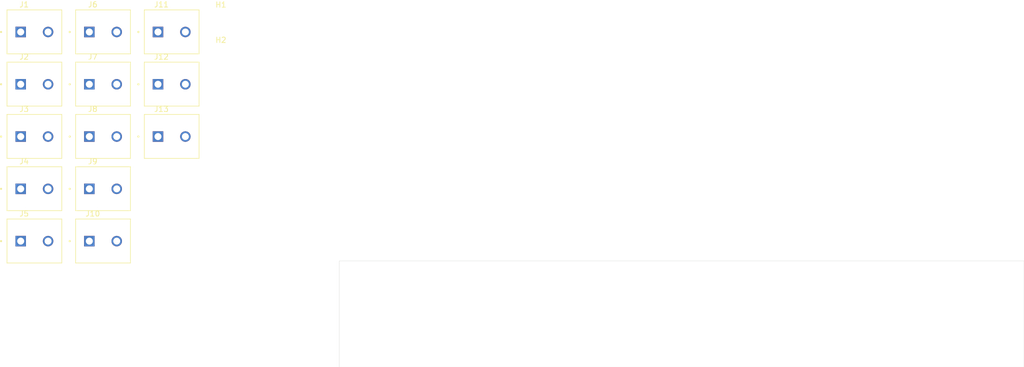
<source format=kicad_pcb>
(kicad_pcb (version 20241229) (generator "pcbnew") (generator_version "9.0")
  (layers (0 "F.Cu" signal) (2 "B.Cu" signal) (13 "F.Paste" user) (15 "B.Paste" user) (5 "F.SilkS" user "F.Silkscreen") (7 "B.SilkS" user "B.Silkscreen") (1 "F.Mask" user) (3 "B.Mask" user) (25 "Edge.Cuts" user))
  (net 0 "")
  (net 1 "+24V")
  (net 2 "GND")
  (footprint "1729128:PHOENIX_1729128" (layer "F.Cu") (at 73.43 36.15)
    (property "Reference" "J6" (at 3.175 -9.135 0) (layer "F.SilkS"))
    (property "Value" "1729128")
    (fp_line (start 0 -8.15) (end 0 0) (stroke (width 0.127)) (layer "F.SilkS"))
    (fp_line (start 0 0) (end 10.16 0) (stroke (width 0.127)) (layer "F.SilkS"))
    (fp_line (start 10.16 -8.15) (end 0 -8.15) (stroke (width 0.127)) (layer "F.SilkS"))
    (fp_line (start 10.16 0) (end 10.16 -8.15) (stroke (width 0.127)) (layer "F.SilkS"))
    (fp_circle (center -1.1 -4.05) (end -1 -4.05) (stroke (width 0.2)) (fill no) (layer "F.SilkS"))
    (pad "1" thru_hole rect (at 2.54 -4.05) (size 1.95 1.95) (drill 1.3) (layers "*.Cu" "*.Mask") (net 1 "+24V"))
    (pad "2" thru_hole circle (at 7.62 -4.05) (size 1.95 1.95) (drill 1.3) (layers "*.Cu" "*.Mask") (net 2 "GND"))
  )
  (footprint "1729128:PHOENIX_1729128" (layer "F.Cu") (at 73.43 45.85)
    (property "Reference" "J7" (at 3.175 -9.135 0) (layer "F.SilkS"))
    (property "Value" "1729128")
    (fp_line (start 0 -8.15) (end 0 0) (stroke (width 0.127)) (layer "F.SilkS"))
    (fp_line (start 0 0) (end 10.16 0) (stroke (width 0.127)) (layer "F.SilkS"))
    (fp_line (start 10.16 -8.15) (end 0 -8.15) (stroke (width 0.127)) (layer "F.SilkS"))
    (fp_line (start 10.16 0) (end 10.16 -8.15) (stroke (width 0.127)) (layer "F.SilkS"))
    (fp_circle (center -1.1 -4.05) (end -1 -4.05) (stroke (width 0.2)) (fill no) (layer "F.SilkS"))
    (pad "1" thru_hole rect (at 2.54 -4.05) (size 1.95 1.95) (drill 1.3) (layers "*.Cu" "*.Mask") (net 1 "+24V"))
    (pad "2" thru_hole circle (at 7.62 -4.05) (size 1.95 1.95) (drill 1.3) (layers "*.Cu" "*.Mask") (net 2 "GND"))
  )
  (footprint "1729128:PHOENIX_1729128" (layer "F.Cu") (at 73.43 55.55)
    (property "Reference" "J8" (at 3.175 -9.135 0) (layer "F.SilkS"))
    (property "Value" "1729128")
    (fp_line (start 0 -8.15) (end 0 0) (stroke (width 0.127)) (layer "F.SilkS"))
    (fp_line (start 0 0) (end 10.16 0) (stroke (width 0.127)) (layer "F.SilkS"))
    (fp_line (start 10.16 -8.15) (end 0 -8.15) (stroke (width 0.127)) (layer "F.SilkS"))
    (fp_line (start 10.16 0) (end 10.16 -8.15) (stroke (width 0.127)) (layer "F.SilkS"))
    (fp_circle (center -1.1 -4.05) (end -1 -4.05) (stroke (width 0.2)) (fill no) (layer "F.SilkS"))
    (pad "1" thru_hole rect (at 2.54 -4.05) (size 1.95 1.95) (drill 1.3) (layers "*.Cu" "*.Mask") (net 1 "+24V"))
    (pad "2" thru_hole circle (at 7.62 -4.05) (size 1.95 1.95) (drill 1.3) (layers "*.Cu" "*.Mask") (net 2 "GND"))
  )
  (footprint "1729128:PHOENIX_1729128" (layer "F.Cu") (at 86.165 36.15)
    (property "Reference" "J11" (at 3.175 -9.135 0) (layer "F.SilkS"))
    (property "Value" "1729128")
    (fp_line (start 0 -8.15) (end 0 0) (stroke (width 0.127)) (layer "F.SilkS"))
    (fp_line (start 0 0) (end 10.16 0) (stroke (width 0.127)) (layer "F.SilkS"))
    (fp_line (start 10.16 -8.15) (end 0 -8.15) (stroke (width 0.127)) (layer "F.SilkS"))
    (fp_line (start 10.16 0) (end 10.16 -8.15) (stroke (width 0.127)) (layer "F.SilkS"))
    (fp_circle (center -1.1 -4.05) (end -1 -4.05) (stroke (width 0.2)) (fill no) (layer "F.SilkS"))
    (pad "1" thru_hole rect (at 2.54 -4.05) (size 1.95 1.95) (drill 1.3) (layers "*.Cu" "*.Mask") (net 1 "+24V"))
    (pad "2" thru_hole circle (at 7.62 -4.05) (size 1.95 1.95) (drill 1.3) (layers "*.Cu" "*.Mask") (net 2 "GND"))
  )
  (footprint "1729128:PHOENIX_1729128" (layer "F.Cu") (at 60.695 55.55)
    (property "Reference" "J3" (at 3.175 -9.135 0) (layer "F.SilkS"))
    (property "Value" "1729128")
    (fp_line (start 0 -8.15) (end 0 0) (stroke (width 0.127)) (layer "F.SilkS"))
    (fp_line (start 0 0) (end 10.16 0) (stroke (width 0.127)) (layer "F.SilkS"))
    (fp_line (start 10.16 -8.15) (end 0 -8.15) (stroke (width 0.127)) (layer "F.SilkS"))
    (fp_line (start 10.16 0) (end 10.16 -8.15) (stroke (width 0.127)) (layer "F.SilkS"))
    (fp_circle (center -1.1 -4.05) (end -1 -4.05) (stroke (width 0.2)) (fill no) (layer "F.SilkS"))
    (pad "1" thru_hole rect (at 2.54 -4.05) (size 1.95 1.95) (drill 1.3) (layers "*.Cu" "*.Mask") (net 1 "+24V"))
    (pad "2" thru_hole circle (at 7.62 -4.05) (size 1.95 1.95) (drill 1.3) (layers "*.Cu" "*.Mask") (net 2 "GND"))
  )
  (footprint "1729128:PHOENIX_1729128" (layer "F.Cu") (at 86.165 55.55)
    (property "Reference" "J13" (at 3.175 -9.135 0) (layer "F.SilkS"))
    (property "Value" "1729128")
    (fp_line (start 0 -8.15) (end 0 0) (stroke (width 0.127)) (layer "F.SilkS"))
    (fp_line (start 0 0) (end 10.16 0) (stroke (width 0.127)) (layer "F.SilkS"))
    (fp_line (start 10.16 -8.15) (end 0 -8.15) (stroke (width 0.127)) (layer "F.SilkS"))
    (fp_line (start 10.16 0) (end 10.16 -8.15) (stroke (width 0.127)) (layer "F.SilkS"))
    (fp_circle (center -1.1 -4.05) (end -1 -4.05) (stroke (width 0.2)) (fill no) (layer "F.SilkS"))
    (pad "1" thru_hole rect (at 2.54 -4.05) (size 1.95 1.95) (drill 1.3) (layers "*.Cu" "*.Mask") (net 1 "+24V"))
    (pad "2" thru_hole circle (at 7.62 -4.05) (size 1.95 1.95) (drill 1.3) (layers "*.Cu" "*.Mask") (net 2 "GND"))
  )
  (footprint "1729128:PHOENIX_1729128" (layer "F.Cu") (at 86.165 45.85)
    (property "Reference" "J12" (at 3.175 -9.135 0) (layer "F.SilkS"))
    (property "Value" "1729128")
    (fp_line (start 0 -8.15) (end 0 0) (stroke (width 0.127)) (layer "F.SilkS"))
    (fp_line (start 0 0) (end 10.16 0) (stroke (width 0.127)) (layer "F.SilkS"))
    (fp_line (start 10.16 -8.15) (end 0 -8.15) (stroke (width 0.127)) (layer "F.SilkS"))
    (fp_line (start 10.16 0) (end 10.16 -8.15) (stroke (width 0.127)) (layer "F.SilkS"))
    (fp_circle (center -1.1 -4.05) (end -1 -4.05) (stroke (width 0.2)) (fill no) (layer "F.SilkS"))
    (pad "1" thru_hole rect (at 2.54 -4.05) (size 1.95 1.95) (drill 1.3) (layers "*.Cu" "*.Mask") (net 1 "+24V"))
    (pad "2" thru_hole circle (at 7.62 -4.05) (size 1.95 1.95) (drill 1.3) (layers "*.Cu" "*.Mask") (net 2 "GND"))
  )
  (footprint "MountingHole:MountingHole_2.5mm" (layer "F.Cu") (at 100.37 30.5)
    (property "Reference" "H1" (at 0 -3.45 0) (layer "F.SilkS"))
    (property "Value" "MountingHole")
    (pad "" np_thru_hole circle (at 0 0) (size 2.5 2.5) (drill 2.5) (layers "*.Cu" "*.Mask"))
  )
  (footprint "1729128:PHOENIX_1729128" (layer "F.Cu") (at 60.695 74.95)
    (property "Reference" "J5" (at 3.175 -9.135 0) (layer "F.SilkS"))
    (property "Value" "1729128")
    (fp_line (start 0 -8.15) (end 0 0) (stroke (width 0.127)) (layer "F.SilkS"))
    (fp_line (start 0 0) (end 10.16 0) (stroke (width 0.127)) (layer "F.SilkS"))
    (fp_line (start 10.16 -8.15) (end 0 -8.15) (stroke (width 0.127)) (layer "F.SilkS"))
    (fp_line (start 10.16 0) (end 10.16 -8.15) (stroke (width 0.127)) (layer "F.SilkS"))
    (fp_circle (center -1.1 -4.05) (end -1 -4.05) (stroke (width 0.2)) (fill no) (layer "F.SilkS"))
    (pad "1" thru_hole rect (at 2.54 -4.05) (size 1.95 1.95) (drill 1.3) (layers "*.Cu" "*.Mask") (net 1 "+24V"))
    (pad "2" thru_hole circle (at 7.62 -4.05) (size 1.95 1.95) (drill 1.3) (layers "*.Cu" "*.Mask") (net 2 "GND"))
  )
  (footprint "1729128:PHOENIX_1729128" (layer "F.Cu") (at 73.43 65.25)
    (property "Reference" "J9" (at 3.175 -9.135 0) (layer "F.SilkS"))
    (property "Value" "1729128")
    (fp_line (start 0 -8.15) (end 0 0) (stroke (width 0.127)) (layer "F.SilkS"))
    (fp_line (start 0 0) (end 10.16 0) (stroke (width 0.127)) (layer "F.SilkS"))
    (fp_line (start 10.16 -8.15) (end 0 -8.15) (stroke (width 0.127)) (layer "F.SilkS"))
    (fp_line (start 10.16 0) (end 10.16 -8.15) (stroke (width 0.127)) (layer "F.SilkS"))
    (fp_circle (center -1.1 -4.05) (end -1 -4.05) (stroke (width 0.2)) (fill no) (layer "F.SilkS"))
    (pad "1" thru_hole rect (at 2.54 -4.05) (size 1.95 1.95) (drill 1.3) (layers "*.Cu" "*.Mask") (net 1 "+24V"))
    (pad "2" thru_hole circle (at 7.62 -4.05) (size 1.95 1.95) (drill 1.3) (layers "*.Cu" "*.Mask") (net 2 "GND"))
  )
  (footprint "1729128:PHOENIX_1729128" (layer "F.Cu") (at 73.43 74.95)
    (property "Reference" "J10" (at 3.175 -9.135 0) (layer "F.SilkS"))
    (property "Value" "1729128")
    (fp_line (start 0 -8.15) (end 0 0) (stroke (width 0.127)) (layer "F.SilkS"))
    (fp_line (start 0 0) (end 10.16 0) (stroke (width 0.127)) (layer "F.SilkS"))
    (fp_line (start 10.16 -8.15) (end 0 -8.15) (stroke (width 0.127)) (layer "F.SilkS"))
    (fp_line (start 10.16 0) (end 10.16 -8.15) (stroke (width 0.127)) (layer "F.SilkS"))
    (fp_circle (center -1.1 -4.05) (end -1 -4.05) (stroke (width 0.2)) (fill no) (layer "F.SilkS"))
    (pad "1" thru_hole rect (at 2.54 -4.05) (size 1.95 1.95) (drill 1.3) (layers "*.Cu" "*.Mask") (net 1 "+24V"))
    (pad "2" thru_hole circle (at 7.62 -4.05) (size 1.95 1.95) (drill 1.3) (layers "*.Cu" "*.Mask") (net 2 "GND"))
  )
  (footprint "1729128:PHOENIX_1729128" (layer "F.Cu") (at 60.695 36.15)
    (property "Reference" "J1" (at 3.175 -9.135 0) (layer "F.SilkS"))
    (property "Value" "1729128")
    (fp_line (start 0 -8.15) (end 0 0) (stroke (width 0.127)) (layer "F.SilkS"))
    (fp_line (start 0 0) (end 10.16 0) (stroke (width 0.127)) (layer "F.SilkS"))
    (fp_line (start 10.16 -8.15) (end 0 -8.15) (stroke (width 0.127)) (layer "F.SilkS"))
    (fp_line (start 10.16 0) (end 10.16 -8.15) (stroke (width 0.127)) (layer "F.SilkS"))
    (fp_circle (center -1.1 -4.05) (end -1 -4.05) (stroke (width 0.2)) (fill no) (layer "F.SilkS"))
    (pad "1" thru_hole rect (at 2.54 -4.05) (size 1.95 1.95) (drill 1.3) (layers "*.Cu" "*.Mask") (net 1 "+24V"))
    (pad "2" thru_hole circle (at 7.62 -4.05) (size 1.95 1.95) (drill 1.3) (layers "*.Cu" "*.Mask") (net 2 "GND"))
  )
  (footprint "1729128:PHOENIX_1729128" (layer "F.Cu") (at 60.695 65.25)
    (property "Reference" "J4" (at 3.175 -9.135 0) (layer "F.SilkS"))
    (property "Value" "1729128")
    (fp_line (start 0 -8.15) (end 0 0) (stroke (width 0.127)) (layer "F.SilkS"))
    (fp_line (start 0 0) (end 10.16 0) (stroke (width 0.127)) (layer "F.SilkS"))
    (fp_line (start 10.16 -8.15) (end 0 -8.15) (stroke (width 0.127)) (layer "F.SilkS"))
    (fp_line (start 10.16 0) (end 10.16 -8.15) (stroke (width 0.127)) (layer "F.SilkS"))
    (fp_circle (center -1.1 -4.05) (end -1 -4.05) (stroke (width 0.2)) (fill no) (layer "F.SilkS"))
    (pad "1" thru_hole rect (at 2.54 -4.05) (size 1.95 1.95) (drill 1.3) (layers "*.Cu" "*.Mask") (net 1 "+24V"))
    (pad "2" thru_hole circle (at 7.62 -4.05) (size 1.95 1.95) (drill 1.3) (layers "*.Cu" "*.Mask") (net 2 "GND"))
  )
  (footprint "1729128:PHOENIX_1729128" (layer "F.Cu") (at 60.695 45.85)
    (property "Reference" "J2" (at 3.175 -9.135 0) (layer "F.SilkS"))
    (property "Value" "1729128")
    (fp_line (start 0 -8.15) (end 0 0) (stroke (width 0.127)) (layer "F.SilkS"))
    (fp_line (start 0 0) (end 10.16 0) (stroke (width 0.127)) (layer "F.SilkS"))
    (fp_line (start 10.16 -8.15) (end 0 -8.15) (stroke (width 0.127)) (layer "F.SilkS"))
    (fp_line (start 10.16 0) (end 10.16 -8.15) (stroke (width 0.127)) (layer "F.SilkS"))
    (fp_circle (center -1.1 -4.05) (end -1 -4.05) (stroke (width 0.2)) (fill no) (layer "F.SilkS"))
    (pad "1" thru_hole rect (at 2.54 -4.05) (size 1.95 1.95) (drill 1.3) (layers "*.Cu" "*.Mask") (net 1 "+24V"))
    (pad "2" thru_hole circle (at 7.62 -4.05) (size 1.95 1.95) (drill 1.3) (layers "*.Cu" "*.Mask") (net 2 "GND"))
  )
  (footprint "MountingHole:MountingHole_2.5mm" (layer "F.Cu") (at 100.37 37.05)
    (property "Reference" "H2" (at 0 -3.45 0) (layer "F.SilkS"))
    (property "Value" "MountingHole")
    (pad "" np_thru_hole circle (at 0 0) (size 2.5 2.5) (drill 2.5) (layers "*.Cu" "*.Mask"))
  )
  (gr_rect (start 122.32 74.58) (end 249.36 94.27) (stroke (width 0.05)) (fill no) (layer "Edge.Cuts"))
)
</source>
